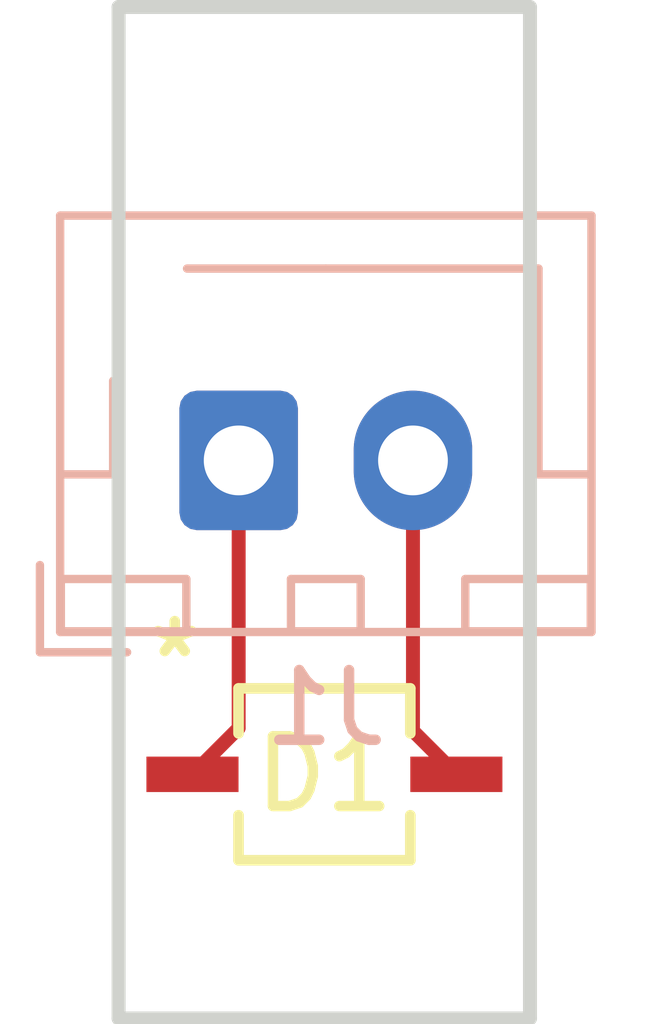
<source format=kicad_pcb>
(kicad_pcb (version 20240108) (generator "pcbnew") (generator_version "8.0")
  (layers (0 "F.Cu" signal) (31 "B.Cu" signal) (34 "B.Paste" user) (35 "F.Paste" user) (36 "B.SilkS" user "B.Silkscreen") (37 "F.SilkS" user "F.Silkscreen") (38 "B.Mask" user) (39 "F.Mask" user) (44 "Edge.Cuts" user))
  (net 0 "")
  (net 1 "Net-(D1-K)")
  (net 2 "Net-(D1-A)")
  (footprint "Emitter:LED_VSMB2020" (layer "F.Cu") (at 54.73 90)
    (property "Reference" "D1" (at 0 0 0) (layer "F.SilkS"))
    (property "Value" "LED")
    (fp_line (start -1.2319 -1.2319) (end -1.2319 -0.58674) (stroke (width 0.1524)) (layer "F.SilkS"))
    (fp_line (start -1.2319 0.58674) (end -1.2319 1.2319) (stroke (width 0.1524)) (layer "F.SilkS"))
    (fp_line (start -1.2319 1.2319) (end 1.2319 1.2319) (stroke (width 0.1524)) (layer "F.SilkS"))
    (fp_line (start 1.2319 -1.2319) (end -1.2319 -1.2319) (stroke (width 0.1524)) (layer "F.SilkS"))
    (fp_line (start 1.2319 -0.58674) (end 1.2319 -1.2319) (stroke (width 0.1524)) (layer "F.SilkS"))
    (fp_line (start 1.2319 1.2319) (end 1.2319 0.58674) (stroke (width 0.1524)) (layer "F.SilkS"))
    (fp_text user "*" (at -2.1463 -1.651 0) (layer "F.SilkS"))
    (fp_text user "*" (at -2.1463 -1.651 0) (layer "F.SilkS"))
    (pad "1" smd rect (at -1.8923 0) (size 1.3208 0.508) (layers "F.Cu" "F.Paste" "F.Mask") (net 1 "Net-(D1-K)"))
    (pad "2" smd rect (at 1.8923 0) (size 1.3208 0.508) (layers "F.Cu" "F.Paste" "F.Mask") (net 2 "Net-(D1-A)"))
  )
  (footprint "Connector_JST:JST_XH_B2B-XH-AM_1x02_P2.50mm_Vertical" (layer "B.Cu") (at 53.5 85.5)
    (property "Reference" "J1" (at 1.25 3.55 360) (layer "B.SilkS") (effects (justify mirror)))
    (property "Value" "Conn_01x02")
    (fp_line (start -2.85 1.5) (end -2.85 2.75) (stroke (width 0.12)) (layer "B.SilkS"))
    (fp_line (start -2.85 2.75) (end -1.6 2.75) (stroke (width 0.12)) (layer "B.SilkS"))
    (fp_line (start -2.56 -3.51) (end -2.56 2.46) (stroke (width 0.12)) (layer "B.SilkS"))
    (fp_line (start -2.56 2.46) (end 5.06 2.46) (stroke (width 0.12)) (layer "B.SilkS"))
    (fp_line (start -2.55 1.7) (end -2.55 2.45) (stroke (width 0.12)) (layer "B.SilkS"))
    (fp_line (start -2.55 2.45) (end -0.75 2.45) (stroke (width 0.12)) (layer "B.SilkS"))
    (fp_line (start -1.8 -1.14) (end -1.8 0.2) (stroke (width 0.12)) (layer "B.SilkS"))
    (fp_line (start -1.8 0.2) (end -2.55 0.2) (stroke (width 0.12)) (layer "B.SilkS"))
    (fp_line (start -0.75 1.7) (end -2.55 1.7) (stroke (width 0.12)) (layer "B.SilkS"))
    (fp_line (start -0.75 2.45) (end -0.75 1.7) (stroke (width 0.12)) (layer "B.SilkS"))
    (fp_line (start -0.74 -2.75) (end 1.25 -2.75) (stroke (width 0.12)) (layer "B.SilkS"))
    (fp_line (start 0.75 1.7) (end 0.75 2.45) (stroke (width 0.12)) (layer "B.SilkS"))
    (fp_line (start 0.75 2.45) (end 1.75 2.45) (stroke (width 0.12)) (layer "B.SilkS"))
    (fp_line (start 1.25 -2.75) (end 4.3 -2.75) (stroke (width 0.12)) (layer "B.SilkS"))
    (fp_line (start 1.75 1.7) (end 0.75 1.7) (stroke (width 0.12)) (layer "B.SilkS"))
    (fp_line (start 1.75 2.45) (end 1.75 1.7) (stroke (width 0.12)) (layer "B.SilkS"))
    (fp_line (start 3.25 1.7) (end 3.25 2.45) (stroke (width 0.12)) (layer "B.SilkS"))
    (fp_line (start 3.25 2.45) (end 5.05 2.45) (stroke (width 0.12)) (layer "B.SilkS"))
    (fp_line (start 4.3 -2.75) (end 4.3 0.2) (stroke (width 0.12)) (layer "B.SilkS"))
    (fp_line (start 4.3 0.2) (end 5.05 0.2) (stroke (width 0.12)) (layer "B.SilkS"))
    (fp_line (start 5.05 1.7) (end 3.25 1.7) (stroke (width 0.12)) (layer "B.SilkS"))
    (fp_line (start 5.05 2.45) (end 5.05 1.7) (stroke (width 0.12)) (layer "B.SilkS"))
    (fp_line (start 5.06 -3.51) (end -2.56 -3.51) (stroke (width 0.12)) (layer "B.SilkS"))
    (fp_line (start 5.06 2.46) (end 5.06 -3.51) (stroke (width 0.12)) (layer "B.SilkS"))
    (pad "1" thru_hole roundrect (at 0 0) (size 1.7 2) (drill 1) (layers "*.Cu" "*.Mask") (roundrect_rratio 0.147059) (net 1 "Net-(D1-K)"))
    (pad "2" thru_hole oval (at 2.5 0) (size 1.7 2) (drill 1) (layers "*.Cu" "*.Mask") (net 2 "Net-(D1-A)"))
  )
  (gr_line (start 57.678022 79) (end 57.678022 93.5) (stroke (width 0.2)) (layer "Edge.Cuts"))
  (gr_line (start 51.778022 79) (end 57.678022 79) (stroke (width 0.2)) (layer "Edge.Cuts"))
  (gr_line (start 57.678022 93.5) (end 51.778022 93.5) (stroke (width 0.2)) (layer "Edge.Cuts"))
  (gr_line (start 51.778022 93.5) (end 51.778022 79) (stroke (width 0.2)) (layer "Edge.Cuts"))
  (segment (start 53.5 85.5) (end 53.5 89.3377) (width 0.2) (layer "F.Cu") (net 1))
  (segment (start 53.5 89.3377) (end 52.8377 90) (width 0.2) (layer "F.Cu") (net 1))
  (segment (start 56 85.5) (end 56 89.3777) (width 0.2) (layer "F.Cu") (net 2))
  (segment (start 56 89.3777) (end 56.6223 90) (width 0.2) (layer "F.Cu") (net 2))
)
</source>
